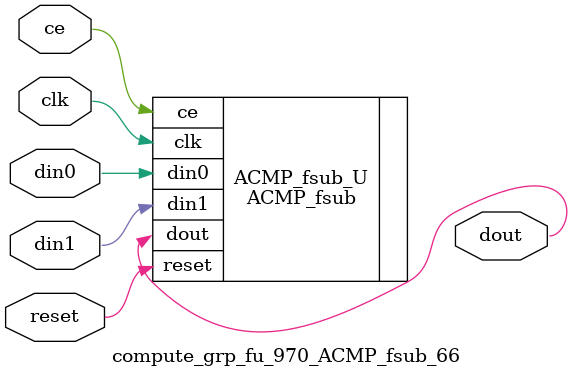
<source format=v>

`timescale 1 ns / 1 ps
module compute_grp_fu_970_ACMP_fsub_66(
    clk,
    reset,
    ce,
    din0,
    din1,
    dout);

parameter ID = 32'd1;
parameter NUM_STAGE = 32'd1;
parameter din0_WIDTH = 32'd1;
parameter din1_WIDTH = 32'd1;
parameter dout_WIDTH = 32'd1;
input clk;
input reset;
input ce;
input[din0_WIDTH - 1:0] din0;
input[din1_WIDTH - 1:0] din1;
output[dout_WIDTH - 1:0] dout;



ACMP_fsub #(
.ID( ID ),
.NUM_STAGE( 4 ),
.din0_WIDTH( din0_WIDTH ),
.din1_WIDTH( din1_WIDTH ),
.dout_WIDTH( dout_WIDTH ))
ACMP_fsub_U(
    .clk( clk ),
    .reset( reset ),
    .ce( ce ),
    .din0( din0 ),
    .din1( din1 ),
    .dout( dout ));

endmodule

</source>
